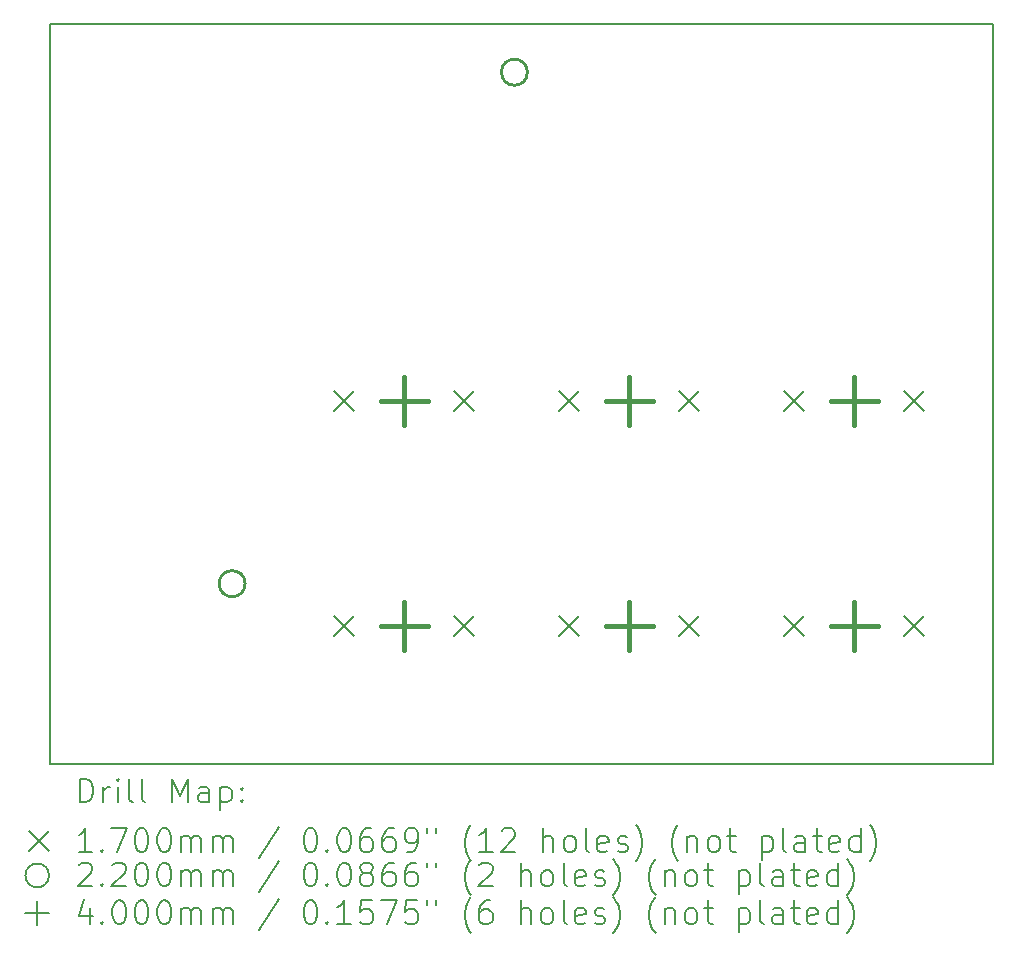
<source format=gbr>
%TF.GenerationSoftware,KiCad,Pcbnew,9.0.7*%
%TF.CreationDate,2026-01-14T23:34:11+00:00*%
%TF.ProjectId,MacroMachine,4d616372-6f4d-4616-9368-696e652e6b69,rev?*%
%TF.SameCoordinates,Original*%
%TF.FileFunction,Drillmap*%
%TF.FilePolarity,Positive*%
%FSLAX45Y45*%
G04 Gerber Fmt 4.5, Leading zero omitted, Abs format (unit mm)*
G04 Created by KiCad (PCBNEW 9.0.7) date 2026-01-14 23:34:11*
%MOMM*%
%LPD*%
G01*
G04 APERTURE LIST*
%ADD10C,0.200000*%
%ADD11C,0.170000*%
%ADD12C,0.220000*%
%ADD13C,0.400000*%
G04 APERTURE END LIST*
D10*
X11290000Y-7760000D02*
X19270000Y-7760000D01*
X19270000Y-14030000D01*
X11290000Y-14030000D01*
X11290000Y-7760000D01*
D11*
X13694500Y-10868750D02*
X13864500Y-11038750D01*
X13864500Y-10868750D02*
X13694500Y-11038750D01*
X13694500Y-12773750D02*
X13864500Y-12943750D01*
X13864500Y-12773750D02*
X13694500Y-12943750D01*
X14710500Y-10868750D02*
X14880500Y-11038750D01*
X14880500Y-10868750D02*
X14710500Y-11038750D01*
X14710500Y-12773750D02*
X14880500Y-12943750D01*
X14880500Y-12773750D02*
X14710500Y-12943750D01*
X15599500Y-10868750D02*
X15769500Y-11038750D01*
X15769500Y-10868750D02*
X15599500Y-11038750D01*
X15599500Y-12773750D02*
X15769500Y-12943750D01*
X15769500Y-12773750D02*
X15599500Y-12943750D01*
X16615500Y-10868750D02*
X16785500Y-11038750D01*
X16785500Y-10868750D02*
X16615500Y-11038750D01*
X16615500Y-12773750D02*
X16785500Y-12943750D01*
X16785500Y-12773750D02*
X16615500Y-12943750D01*
X17504500Y-10868750D02*
X17674500Y-11038750D01*
X17674500Y-10868750D02*
X17504500Y-11038750D01*
X17504500Y-12773750D02*
X17674500Y-12943750D01*
X17674500Y-12773750D02*
X17504500Y-12943750D01*
X18520500Y-10868750D02*
X18690500Y-11038750D01*
X18690500Y-10868750D02*
X18520500Y-11038750D01*
X18520500Y-12773750D02*
X18690500Y-12943750D01*
X18690500Y-12773750D02*
X18520500Y-12943750D01*
D12*
X12940000Y-12500000D02*
G75*
G02*
X12720000Y-12500000I-110000J0D01*
G01*
X12720000Y-12500000D02*
G75*
G02*
X12940000Y-12500000I110000J0D01*
G01*
X15330000Y-8170000D02*
G75*
G02*
X15110000Y-8170000I-110000J0D01*
G01*
X15110000Y-8170000D02*
G75*
G02*
X15330000Y-8170000I110000J0D01*
G01*
D13*
X14287500Y-10753750D02*
X14287500Y-11153750D01*
X14087500Y-10953750D02*
X14487500Y-10953750D01*
X14287500Y-12658750D02*
X14287500Y-13058750D01*
X14087500Y-12858750D02*
X14487500Y-12858750D01*
X16192500Y-10753750D02*
X16192500Y-11153750D01*
X15992500Y-10953750D02*
X16392500Y-10953750D01*
X16192500Y-12658750D02*
X16192500Y-13058750D01*
X15992500Y-12858750D02*
X16392500Y-12858750D01*
X18097500Y-10753750D02*
X18097500Y-11153750D01*
X17897500Y-10953750D02*
X18297500Y-10953750D01*
X18097500Y-12658750D02*
X18097500Y-13058750D01*
X17897500Y-12858750D02*
X18297500Y-12858750D01*
D10*
X11540777Y-14351484D02*
X11540777Y-14151484D01*
X11540777Y-14151484D02*
X11588396Y-14151484D01*
X11588396Y-14151484D02*
X11616967Y-14161008D01*
X11616967Y-14161008D02*
X11636015Y-14180055D01*
X11636015Y-14180055D02*
X11645539Y-14199103D01*
X11645539Y-14199103D02*
X11655062Y-14237198D01*
X11655062Y-14237198D02*
X11655062Y-14265769D01*
X11655062Y-14265769D02*
X11645539Y-14303865D01*
X11645539Y-14303865D02*
X11636015Y-14322912D01*
X11636015Y-14322912D02*
X11616967Y-14341960D01*
X11616967Y-14341960D02*
X11588396Y-14351484D01*
X11588396Y-14351484D02*
X11540777Y-14351484D01*
X11740777Y-14351484D02*
X11740777Y-14218150D01*
X11740777Y-14256246D02*
X11750301Y-14237198D01*
X11750301Y-14237198D02*
X11759824Y-14227674D01*
X11759824Y-14227674D02*
X11778872Y-14218150D01*
X11778872Y-14218150D02*
X11797920Y-14218150D01*
X11864586Y-14351484D02*
X11864586Y-14218150D01*
X11864586Y-14151484D02*
X11855062Y-14161008D01*
X11855062Y-14161008D02*
X11864586Y-14170531D01*
X11864586Y-14170531D02*
X11874110Y-14161008D01*
X11874110Y-14161008D02*
X11864586Y-14151484D01*
X11864586Y-14151484D02*
X11864586Y-14170531D01*
X11988396Y-14351484D02*
X11969348Y-14341960D01*
X11969348Y-14341960D02*
X11959824Y-14322912D01*
X11959824Y-14322912D02*
X11959824Y-14151484D01*
X12093158Y-14351484D02*
X12074110Y-14341960D01*
X12074110Y-14341960D02*
X12064586Y-14322912D01*
X12064586Y-14322912D02*
X12064586Y-14151484D01*
X12321729Y-14351484D02*
X12321729Y-14151484D01*
X12321729Y-14151484D02*
X12388396Y-14294341D01*
X12388396Y-14294341D02*
X12455062Y-14151484D01*
X12455062Y-14151484D02*
X12455062Y-14351484D01*
X12636015Y-14351484D02*
X12636015Y-14246722D01*
X12636015Y-14246722D02*
X12626491Y-14227674D01*
X12626491Y-14227674D02*
X12607443Y-14218150D01*
X12607443Y-14218150D02*
X12569348Y-14218150D01*
X12569348Y-14218150D02*
X12550301Y-14227674D01*
X12636015Y-14341960D02*
X12616967Y-14351484D01*
X12616967Y-14351484D02*
X12569348Y-14351484D01*
X12569348Y-14351484D02*
X12550301Y-14341960D01*
X12550301Y-14341960D02*
X12540777Y-14322912D01*
X12540777Y-14322912D02*
X12540777Y-14303865D01*
X12540777Y-14303865D02*
X12550301Y-14284817D01*
X12550301Y-14284817D02*
X12569348Y-14275293D01*
X12569348Y-14275293D02*
X12616967Y-14275293D01*
X12616967Y-14275293D02*
X12636015Y-14265769D01*
X12731253Y-14218150D02*
X12731253Y-14418150D01*
X12731253Y-14227674D02*
X12750301Y-14218150D01*
X12750301Y-14218150D02*
X12788396Y-14218150D01*
X12788396Y-14218150D02*
X12807443Y-14227674D01*
X12807443Y-14227674D02*
X12816967Y-14237198D01*
X12816967Y-14237198D02*
X12826491Y-14256246D01*
X12826491Y-14256246D02*
X12826491Y-14313388D01*
X12826491Y-14313388D02*
X12816967Y-14332436D01*
X12816967Y-14332436D02*
X12807443Y-14341960D01*
X12807443Y-14341960D02*
X12788396Y-14351484D01*
X12788396Y-14351484D02*
X12750301Y-14351484D01*
X12750301Y-14351484D02*
X12731253Y-14341960D01*
X12912205Y-14332436D02*
X12921729Y-14341960D01*
X12921729Y-14341960D02*
X12912205Y-14351484D01*
X12912205Y-14351484D02*
X12902682Y-14341960D01*
X12902682Y-14341960D02*
X12912205Y-14332436D01*
X12912205Y-14332436D02*
X12912205Y-14351484D01*
X12912205Y-14227674D02*
X12921729Y-14237198D01*
X12921729Y-14237198D02*
X12912205Y-14246722D01*
X12912205Y-14246722D02*
X12902682Y-14237198D01*
X12902682Y-14237198D02*
X12912205Y-14227674D01*
X12912205Y-14227674D02*
X12912205Y-14246722D01*
D11*
X11110000Y-14595000D02*
X11280000Y-14765000D01*
X11280000Y-14595000D02*
X11110000Y-14765000D01*
D10*
X11645539Y-14771484D02*
X11531253Y-14771484D01*
X11588396Y-14771484D02*
X11588396Y-14571484D01*
X11588396Y-14571484D02*
X11569348Y-14600055D01*
X11569348Y-14600055D02*
X11550301Y-14619103D01*
X11550301Y-14619103D02*
X11531253Y-14628627D01*
X11731253Y-14752436D02*
X11740777Y-14761960D01*
X11740777Y-14761960D02*
X11731253Y-14771484D01*
X11731253Y-14771484D02*
X11721729Y-14761960D01*
X11721729Y-14761960D02*
X11731253Y-14752436D01*
X11731253Y-14752436D02*
X11731253Y-14771484D01*
X11807443Y-14571484D02*
X11940777Y-14571484D01*
X11940777Y-14571484D02*
X11855062Y-14771484D01*
X12055062Y-14571484D02*
X12074110Y-14571484D01*
X12074110Y-14571484D02*
X12093158Y-14581008D01*
X12093158Y-14581008D02*
X12102682Y-14590531D01*
X12102682Y-14590531D02*
X12112205Y-14609579D01*
X12112205Y-14609579D02*
X12121729Y-14647674D01*
X12121729Y-14647674D02*
X12121729Y-14695293D01*
X12121729Y-14695293D02*
X12112205Y-14733388D01*
X12112205Y-14733388D02*
X12102682Y-14752436D01*
X12102682Y-14752436D02*
X12093158Y-14761960D01*
X12093158Y-14761960D02*
X12074110Y-14771484D01*
X12074110Y-14771484D02*
X12055062Y-14771484D01*
X12055062Y-14771484D02*
X12036015Y-14761960D01*
X12036015Y-14761960D02*
X12026491Y-14752436D01*
X12026491Y-14752436D02*
X12016967Y-14733388D01*
X12016967Y-14733388D02*
X12007443Y-14695293D01*
X12007443Y-14695293D02*
X12007443Y-14647674D01*
X12007443Y-14647674D02*
X12016967Y-14609579D01*
X12016967Y-14609579D02*
X12026491Y-14590531D01*
X12026491Y-14590531D02*
X12036015Y-14581008D01*
X12036015Y-14581008D02*
X12055062Y-14571484D01*
X12245539Y-14571484D02*
X12264586Y-14571484D01*
X12264586Y-14571484D02*
X12283634Y-14581008D01*
X12283634Y-14581008D02*
X12293158Y-14590531D01*
X12293158Y-14590531D02*
X12302682Y-14609579D01*
X12302682Y-14609579D02*
X12312205Y-14647674D01*
X12312205Y-14647674D02*
X12312205Y-14695293D01*
X12312205Y-14695293D02*
X12302682Y-14733388D01*
X12302682Y-14733388D02*
X12293158Y-14752436D01*
X12293158Y-14752436D02*
X12283634Y-14761960D01*
X12283634Y-14761960D02*
X12264586Y-14771484D01*
X12264586Y-14771484D02*
X12245539Y-14771484D01*
X12245539Y-14771484D02*
X12226491Y-14761960D01*
X12226491Y-14761960D02*
X12216967Y-14752436D01*
X12216967Y-14752436D02*
X12207443Y-14733388D01*
X12207443Y-14733388D02*
X12197920Y-14695293D01*
X12197920Y-14695293D02*
X12197920Y-14647674D01*
X12197920Y-14647674D02*
X12207443Y-14609579D01*
X12207443Y-14609579D02*
X12216967Y-14590531D01*
X12216967Y-14590531D02*
X12226491Y-14581008D01*
X12226491Y-14581008D02*
X12245539Y-14571484D01*
X12397920Y-14771484D02*
X12397920Y-14638150D01*
X12397920Y-14657198D02*
X12407443Y-14647674D01*
X12407443Y-14647674D02*
X12426491Y-14638150D01*
X12426491Y-14638150D02*
X12455063Y-14638150D01*
X12455063Y-14638150D02*
X12474110Y-14647674D01*
X12474110Y-14647674D02*
X12483634Y-14666722D01*
X12483634Y-14666722D02*
X12483634Y-14771484D01*
X12483634Y-14666722D02*
X12493158Y-14647674D01*
X12493158Y-14647674D02*
X12512205Y-14638150D01*
X12512205Y-14638150D02*
X12540777Y-14638150D01*
X12540777Y-14638150D02*
X12559824Y-14647674D01*
X12559824Y-14647674D02*
X12569348Y-14666722D01*
X12569348Y-14666722D02*
X12569348Y-14771484D01*
X12664586Y-14771484D02*
X12664586Y-14638150D01*
X12664586Y-14657198D02*
X12674110Y-14647674D01*
X12674110Y-14647674D02*
X12693158Y-14638150D01*
X12693158Y-14638150D02*
X12721729Y-14638150D01*
X12721729Y-14638150D02*
X12740777Y-14647674D01*
X12740777Y-14647674D02*
X12750301Y-14666722D01*
X12750301Y-14666722D02*
X12750301Y-14771484D01*
X12750301Y-14666722D02*
X12759824Y-14647674D01*
X12759824Y-14647674D02*
X12778872Y-14638150D01*
X12778872Y-14638150D02*
X12807443Y-14638150D01*
X12807443Y-14638150D02*
X12826491Y-14647674D01*
X12826491Y-14647674D02*
X12836015Y-14666722D01*
X12836015Y-14666722D02*
X12836015Y-14771484D01*
X13226491Y-14561960D02*
X13055063Y-14819103D01*
X13483634Y-14571484D02*
X13502682Y-14571484D01*
X13502682Y-14571484D02*
X13521729Y-14581008D01*
X13521729Y-14581008D02*
X13531253Y-14590531D01*
X13531253Y-14590531D02*
X13540777Y-14609579D01*
X13540777Y-14609579D02*
X13550301Y-14647674D01*
X13550301Y-14647674D02*
X13550301Y-14695293D01*
X13550301Y-14695293D02*
X13540777Y-14733388D01*
X13540777Y-14733388D02*
X13531253Y-14752436D01*
X13531253Y-14752436D02*
X13521729Y-14761960D01*
X13521729Y-14761960D02*
X13502682Y-14771484D01*
X13502682Y-14771484D02*
X13483634Y-14771484D01*
X13483634Y-14771484D02*
X13464586Y-14761960D01*
X13464586Y-14761960D02*
X13455063Y-14752436D01*
X13455063Y-14752436D02*
X13445539Y-14733388D01*
X13445539Y-14733388D02*
X13436015Y-14695293D01*
X13436015Y-14695293D02*
X13436015Y-14647674D01*
X13436015Y-14647674D02*
X13445539Y-14609579D01*
X13445539Y-14609579D02*
X13455063Y-14590531D01*
X13455063Y-14590531D02*
X13464586Y-14581008D01*
X13464586Y-14581008D02*
X13483634Y-14571484D01*
X13636015Y-14752436D02*
X13645539Y-14761960D01*
X13645539Y-14761960D02*
X13636015Y-14771484D01*
X13636015Y-14771484D02*
X13626491Y-14761960D01*
X13626491Y-14761960D02*
X13636015Y-14752436D01*
X13636015Y-14752436D02*
X13636015Y-14771484D01*
X13769348Y-14571484D02*
X13788396Y-14571484D01*
X13788396Y-14571484D02*
X13807444Y-14581008D01*
X13807444Y-14581008D02*
X13816967Y-14590531D01*
X13816967Y-14590531D02*
X13826491Y-14609579D01*
X13826491Y-14609579D02*
X13836015Y-14647674D01*
X13836015Y-14647674D02*
X13836015Y-14695293D01*
X13836015Y-14695293D02*
X13826491Y-14733388D01*
X13826491Y-14733388D02*
X13816967Y-14752436D01*
X13816967Y-14752436D02*
X13807444Y-14761960D01*
X13807444Y-14761960D02*
X13788396Y-14771484D01*
X13788396Y-14771484D02*
X13769348Y-14771484D01*
X13769348Y-14771484D02*
X13750301Y-14761960D01*
X13750301Y-14761960D02*
X13740777Y-14752436D01*
X13740777Y-14752436D02*
X13731253Y-14733388D01*
X13731253Y-14733388D02*
X13721729Y-14695293D01*
X13721729Y-14695293D02*
X13721729Y-14647674D01*
X13721729Y-14647674D02*
X13731253Y-14609579D01*
X13731253Y-14609579D02*
X13740777Y-14590531D01*
X13740777Y-14590531D02*
X13750301Y-14581008D01*
X13750301Y-14581008D02*
X13769348Y-14571484D01*
X14007444Y-14571484D02*
X13969348Y-14571484D01*
X13969348Y-14571484D02*
X13950301Y-14581008D01*
X13950301Y-14581008D02*
X13940777Y-14590531D01*
X13940777Y-14590531D02*
X13921729Y-14619103D01*
X13921729Y-14619103D02*
X13912206Y-14657198D01*
X13912206Y-14657198D02*
X13912206Y-14733388D01*
X13912206Y-14733388D02*
X13921729Y-14752436D01*
X13921729Y-14752436D02*
X13931253Y-14761960D01*
X13931253Y-14761960D02*
X13950301Y-14771484D01*
X13950301Y-14771484D02*
X13988396Y-14771484D01*
X13988396Y-14771484D02*
X14007444Y-14761960D01*
X14007444Y-14761960D02*
X14016967Y-14752436D01*
X14016967Y-14752436D02*
X14026491Y-14733388D01*
X14026491Y-14733388D02*
X14026491Y-14685769D01*
X14026491Y-14685769D02*
X14016967Y-14666722D01*
X14016967Y-14666722D02*
X14007444Y-14657198D01*
X14007444Y-14657198D02*
X13988396Y-14647674D01*
X13988396Y-14647674D02*
X13950301Y-14647674D01*
X13950301Y-14647674D02*
X13931253Y-14657198D01*
X13931253Y-14657198D02*
X13921729Y-14666722D01*
X13921729Y-14666722D02*
X13912206Y-14685769D01*
X14197920Y-14571484D02*
X14159825Y-14571484D01*
X14159825Y-14571484D02*
X14140777Y-14581008D01*
X14140777Y-14581008D02*
X14131253Y-14590531D01*
X14131253Y-14590531D02*
X14112206Y-14619103D01*
X14112206Y-14619103D02*
X14102682Y-14657198D01*
X14102682Y-14657198D02*
X14102682Y-14733388D01*
X14102682Y-14733388D02*
X14112206Y-14752436D01*
X14112206Y-14752436D02*
X14121729Y-14761960D01*
X14121729Y-14761960D02*
X14140777Y-14771484D01*
X14140777Y-14771484D02*
X14178872Y-14771484D01*
X14178872Y-14771484D02*
X14197920Y-14761960D01*
X14197920Y-14761960D02*
X14207444Y-14752436D01*
X14207444Y-14752436D02*
X14216967Y-14733388D01*
X14216967Y-14733388D02*
X14216967Y-14685769D01*
X14216967Y-14685769D02*
X14207444Y-14666722D01*
X14207444Y-14666722D02*
X14197920Y-14657198D01*
X14197920Y-14657198D02*
X14178872Y-14647674D01*
X14178872Y-14647674D02*
X14140777Y-14647674D01*
X14140777Y-14647674D02*
X14121729Y-14657198D01*
X14121729Y-14657198D02*
X14112206Y-14666722D01*
X14112206Y-14666722D02*
X14102682Y-14685769D01*
X14312206Y-14771484D02*
X14350301Y-14771484D01*
X14350301Y-14771484D02*
X14369348Y-14761960D01*
X14369348Y-14761960D02*
X14378872Y-14752436D01*
X14378872Y-14752436D02*
X14397920Y-14723865D01*
X14397920Y-14723865D02*
X14407444Y-14685769D01*
X14407444Y-14685769D02*
X14407444Y-14609579D01*
X14407444Y-14609579D02*
X14397920Y-14590531D01*
X14397920Y-14590531D02*
X14388396Y-14581008D01*
X14388396Y-14581008D02*
X14369348Y-14571484D01*
X14369348Y-14571484D02*
X14331253Y-14571484D01*
X14331253Y-14571484D02*
X14312206Y-14581008D01*
X14312206Y-14581008D02*
X14302682Y-14590531D01*
X14302682Y-14590531D02*
X14293158Y-14609579D01*
X14293158Y-14609579D02*
X14293158Y-14657198D01*
X14293158Y-14657198D02*
X14302682Y-14676246D01*
X14302682Y-14676246D02*
X14312206Y-14685769D01*
X14312206Y-14685769D02*
X14331253Y-14695293D01*
X14331253Y-14695293D02*
X14369348Y-14695293D01*
X14369348Y-14695293D02*
X14388396Y-14685769D01*
X14388396Y-14685769D02*
X14397920Y-14676246D01*
X14397920Y-14676246D02*
X14407444Y-14657198D01*
X14483634Y-14571484D02*
X14483634Y-14609579D01*
X14559825Y-14571484D02*
X14559825Y-14609579D01*
X14855063Y-14847674D02*
X14845539Y-14838150D01*
X14845539Y-14838150D02*
X14826491Y-14809579D01*
X14826491Y-14809579D02*
X14816968Y-14790531D01*
X14816968Y-14790531D02*
X14807444Y-14761960D01*
X14807444Y-14761960D02*
X14797920Y-14714341D01*
X14797920Y-14714341D02*
X14797920Y-14676246D01*
X14797920Y-14676246D02*
X14807444Y-14628627D01*
X14807444Y-14628627D02*
X14816968Y-14600055D01*
X14816968Y-14600055D02*
X14826491Y-14581008D01*
X14826491Y-14581008D02*
X14845539Y-14552436D01*
X14845539Y-14552436D02*
X14855063Y-14542912D01*
X15036015Y-14771484D02*
X14921729Y-14771484D01*
X14978872Y-14771484D02*
X14978872Y-14571484D01*
X14978872Y-14571484D02*
X14959825Y-14600055D01*
X14959825Y-14600055D02*
X14940777Y-14619103D01*
X14940777Y-14619103D02*
X14921729Y-14628627D01*
X15112206Y-14590531D02*
X15121729Y-14581008D01*
X15121729Y-14581008D02*
X15140777Y-14571484D01*
X15140777Y-14571484D02*
X15188396Y-14571484D01*
X15188396Y-14571484D02*
X15207444Y-14581008D01*
X15207444Y-14581008D02*
X15216968Y-14590531D01*
X15216968Y-14590531D02*
X15226491Y-14609579D01*
X15226491Y-14609579D02*
X15226491Y-14628627D01*
X15226491Y-14628627D02*
X15216968Y-14657198D01*
X15216968Y-14657198D02*
X15102682Y-14771484D01*
X15102682Y-14771484D02*
X15226491Y-14771484D01*
X15464587Y-14771484D02*
X15464587Y-14571484D01*
X15550301Y-14771484D02*
X15550301Y-14666722D01*
X15550301Y-14666722D02*
X15540777Y-14647674D01*
X15540777Y-14647674D02*
X15521730Y-14638150D01*
X15521730Y-14638150D02*
X15493158Y-14638150D01*
X15493158Y-14638150D02*
X15474110Y-14647674D01*
X15474110Y-14647674D02*
X15464587Y-14657198D01*
X15674110Y-14771484D02*
X15655063Y-14761960D01*
X15655063Y-14761960D02*
X15645539Y-14752436D01*
X15645539Y-14752436D02*
X15636015Y-14733388D01*
X15636015Y-14733388D02*
X15636015Y-14676246D01*
X15636015Y-14676246D02*
X15645539Y-14657198D01*
X15645539Y-14657198D02*
X15655063Y-14647674D01*
X15655063Y-14647674D02*
X15674110Y-14638150D01*
X15674110Y-14638150D02*
X15702682Y-14638150D01*
X15702682Y-14638150D02*
X15721730Y-14647674D01*
X15721730Y-14647674D02*
X15731253Y-14657198D01*
X15731253Y-14657198D02*
X15740777Y-14676246D01*
X15740777Y-14676246D02*
X15740777Y-14733388D01*
X15740777Y-14733388D02*
X15731253Y-14752436D01*
X15731253Y-14752436D02*
X15721730Y-14761960D01*
X15721730Y-14761960D02*
X15702682Y-14771484D01*
X15702682Y-14771484D02*
X15674110Y-14771484D01*
X15855063Y-14771484D02*
X15836015Y-14761960D01*
X15836015Y-14761960D02*
X15826491Y-14742912D01*
X15826491Y-14742912D02*
X15826491Y-14571484D01*
X16007444Y-14761960D02*
X15988396Y-14771484D01*
X15988396Y-14771484D02*
X15950301Y-14771484D01*
X15950301Y-14771484D02*
X15931253Y-14761960D01*
X15931253Y-14761960D02*
X15921730Y-14742912D01*
X15921730Y-14742912D02*
X15921730Y-14666722D01*
X15921730Y-14666722D02*
X15931253Y-14647674D01*
X15931253Y-14647674D02*
X15950301Y-14638150D01*
X15950301Y-14638150D02*
X15988396Y-14638150D01*
X15988396Y-14638150D02*
X16007444Y-14647674D01*
X16007444Y-14647674D02*
X16016968Y-14666722D01*
X16016968Y-14666722D02*
X16016968Y-14685769D01*
X16016968Y-14685769D02*
X15921730Y-14704817D01*
X16093158Y-14761960D02*
X16112206Y-14771484D01*
X16112206Y-14771484D02*
X16150301Y-14771484D01*
X16150301Y-14771484D02*
X16169349Y-14761960D01*
X16169349Y-14761960D02*
X16178872Y-14742912D01*
X16178872Y-14742912D02*
X16178872Y-14733388D01*
X16178872Y-14733388D02*
X16169349Y-14714341D01*
X16169349Y-14714341D02*
X16150301Y-14704817D01*
X16150301Y-14704817D02*
X16121730Y-14704817D01*
X16121730Y-14704817D02*
X16102682Y-14695293D01*
X16102682Y-14695293D02*
X16093158Y-14676246D01*
X16093158Y-14676246D02*
X16093158Y-14666722D01*
X16093158Y-14666722D02*
X16102682Y-14647674D01*
X16102682Y-14647674D02*
X16121730Y-14638150D01*
X16121730Y-14638150D02*
X16150301Y-14638150D01*
X16150301Y-14638150D02*
X16169349Y-14647674D01*
X16245539Y-14847674D02*
X16255063Y-14838150D01*
X16255063Y-14838150D02*
X16274111Y-14809579D01*
X16274111Y-14809579D02*
X16283634Y-14790531D01*
X16283634Y-14790531D02*
X16293158Y-14761960D01*
X16293158Y-14761960D02*
X16302682Y-14714341D01*
X16302682Y-14714341D02*
X16302682Y-14676246D01*
X16302682Y-14676246D02*
X16293158Y-14628627D01*
X16293158Y-14628627D02*
X16283634Y-14600055D01*
X16283634Y-14600055D02*
X16274111Y-14581008D01*
X16274111Y-14581008D02*
X16255063Y-14552436D01*
X16255063Y-14552436D02*
X16245539Y-14542912D01*
X16607444Y-14847674D02*
X16597920Y-14838150D01*
X16597920Y-14838150D02*
X16578872Y-14809579D01*
X16578872Y-14809579D02*
X16569349Y-14790531D01*
X16569349Y-14790531D02*
X16559825Y-14761960D01*
X16559825Y-14761960D02*
X16550301Y-14714341D01*
X16550301Y-14714341D02*
X16550301Y-14676246D01*
X16550301Y-14676246D02*
X16559825Y-14628627D01*
X16559825Y-14628627D02*
X16569349Y-14600055D01*
X16569349Y-14600055D02*
X16578872Y-14581008D01*
X16578872Y-14581008D02*
X16597920Y-14552436D01*
X16597920Y-14552436D02*
X16607444Y-14542912D01*
X16683634Y-14638150D02*
X16683634Y-14771484D01*
X16683634Y-14657198D02*
X16693158Y-14647674D01*
X16693158Y-14647674D02*
X16712206Y-14638150D01*
X16712206Y-14638150D02*
X16740777Y-14638150D01*
X16740777Y-14638150D02*
X16759825Y-14647674D01*
X16759825Y-14647674D02*
X16769349Y-14666722D01*
X16769349Y-14666722D02*
X16769349Y-14771484D01*
X16893158Y-14771484D02*
X16874111Y-14761960D01*
X16874111Y-14761960D02*
X16864587Y-14752436D01*
X16864587Y-14752436D02*
X16855063Y-14733388D01*
X16855063Y-14733388D02*
X16855063Y-14676246D01*
X16855063Y-14676246D02*
X16864587Y-14657198D01*
X16864587Y-14657198D02*
X16874111Y-14647674D01*
X16874111Y-14647674D02*
X16893158Y-14638150D01*
X16893158Y-14638150D02*
X16921730Y-14638150D01*
X16921730Y-14638150D02*
X16940777Y-14647674D01*
X16940777Y-14647674D02*
X16950301Y-14657198D01*
X16950301Y-14657198D02*
X16959825Y-14676246D01*
X16959825Y-14676246D02*
X16959825Y-14733388D01*
X16959825Y-14733388D02*
X16950301Y-14752436D01*
X16950301Y-14752436D02*
X16940777Y-14761960D01*
X16940777Y-14761960D02*
X16921730Y-14771484D01*
X16921730Y-14771484D02*
X16893158Y-14771484D01*
X17016968Y-14638150D02*
X17093158Y-14638150D01*
X17045539Y-14571484D02*
X17045539Y-14742912D01*
X17045539Y-14742912D02*
X17055063Y-14761960D01*
X17055063Y-14761960D02*
X17074111Y-14771484D01*
X17074111Y-14771484D02*
X17093158Y-14771484D01*
X17312206Y-14638150D02*
X17312206Y-14838150D01*
X17312206Y-14647674D02*
X17331254Y-14638150D01*
X17331254Y-14638150D02*
X17369349Y-14638150D01*
X17369349Y-14638150D02*
X17388396Y-14647674D01*
X17388396Y-14647674D02*
X17397920Y-14657198D01*
X17397920Y-14657198D02*
X17407444Y-14676246D01*
X17407444Y-14676246D02*
X17407444Y-14733388D01*
X17407444Y-14733388D02*
X17397920Y-14752436D01*
X17397920Y-14752436D02*
X17388396Y-14761960D01*
X17388396Y-14761960D02*
X17369349Y-14771484D01*
X17369349Y-14771484D02*
X17331254Y-14771484D01*
X17331254Y-14771484D02*
X17312206Y-14761960D01*
X17521730Y-14771484D02*
X17502682Y-14761960D01*
X17502682Y-14761960D02*
X17493158Y-14742912D01*
X17493158Y-14742912D02*
X17493158Y-14571484D01*
X17683635Y-14771484D02*
X17683635Y-14666722D01*
X17683635Y-14666722D02*
X17674111Y-14647674D01*
X17674111Y-14647674D02*
X17655063Y-14638150D01*
X17655063Y-14638150D02*
X17616968Y-14638150D01*
X17616968Y-14638150D02*
X17597920Y-14647674D01*
X17683635Y-14761960D02*
X17664587Y-14771484D01*
X17664587Y-14771484D02*
X17616968Y-14771484D01*
X17616968Y-14771484D02*
X17597920Y-14761960D01*
X17597920Y-14761960D02*
X17588396Y-14742912D01*
X17588396Y-14742912D02*
X17588396Y-14723865D01*
X17588396Y-14723865D02*
X17597920Y-14704817D01*
X17597920Y-14704817D02*
X17616968Y-14695293D01*
X17616968Y-14695293D02*
X17664587Y-14695293D01*
X17664587Y-14695293D02*
X17683635Y-14685769D01*
X17750301Y-14638150D02*
X17826492Y-14638150D01*
X17778873Y-14571484D02*
X17778873Y-14742912D01*
X17778873Y-14742912D02*
X17788396Y-14761960D01*
X17788396Y-14761960D02*
X17807444Y-14771484D01*
X17807444Y-14771484D02*
X17826492Y-14771484D01*
X17969349Y-14761960D02*
X17950301Y-14771484D01*
X17950301Y-14771484D02*
X17912206Y-14771484D01*
X17912206Y-14771484D02*
X17893158Y-14761960D01*
X17893158Y-14761960D02*
X17883635Y-14742912D01*
X17883635Y-14742912D02*
X17883635Y-14666722D01*
X17883635Y-14666722D02*
X17893158Y-14647674D01*
X17893158Y-14647674D02*
X17912206Y-14638150D01*
X17912206Y-14638150D02*
X17950301Y-14638150D01*
X17950301Y-14638150D02*
X17969349Y-14647674D01*
X17969349Y-14647674D02*
X17978873Y-14666722D01*
X17978873Y-14666722D02*
X17978873Y-14685769D01*
X17978873Y-14685769D02*
X17883635Y-14704817D01*
X18150301Y-14771484D02*
X18150301Y-14571484D01*
X18150301Y-14761960D02*
X18131254Y-14771484D01*
X18131254Y-14771484D02*
X18093158Y-14771484D01*
X18093158Y-14771484D02*
X18074111Y-14761960D01*
X18074111Y-14761960D02*
X18064587Y-14752436D01*
X18064587Y-14752436D02*
X18055063Y-14733388D01*
X18055063Y-14733388D02*
X18055063Y-14676246D01*
X18055063Y-14676246D02*
X18064587Y-14657198D01*
X18064587Y-14657198D02*
X18074111Y-14647674D01*
X18074111Y-14647674D02*
X18093158Y-14638150D01*
X18093158Y-14638150D02*
X18131254Y-14638150D01*
X18131254Y-14638150D02*
X18150301Y-14647674D01*
X18226492Y-14847674D02*
X18236016Y-14838150D01*
X18236016Y-14838150D02*
X18255063Y-14809579D01*
X18255063Y-14809579D02*
X18264587Y-14790531D01*
X18264587Y-14790531D02*
X18274111Y-14761960D01*
X18274111Y-14761960D02*
X18283635Y-14714341D01*
X18283635Y-14714341D02*
X18283635Y-14676246D01*
X18283635Y-14676246D02*
X18274111Y-14628627D01*
X18274111Y-14628627D02*
X18264587Y-14600055D01*
X18264587Y-14600055D02*
X18255063Y-14581008D01*
X18255063Y-14581008D02*
X18236016Y-14552436D01*
X18236016Y-14552436D02*
X18226492Y-14542912D01*
X11280000Y-14970000D02*
G75*
G02*
X11080000Y-14970000I-100000J0D01*
G01*
X11080000Y-14970000D02*
G75*
G02*
X11280000Y-14970000I100000J0D01*
G01*
X11531253Y-14880531D02*
X11540777Y-14871008D01*
X11540777Y-14871008D02*
X11559824Y-14861484D01*
X11559824Y-14861484D02*
X11607443Y-14861484D01*
X11607443Y-14861484D02*
X11626491Y-14871008D01*
X11626491Y-14871008D02*
X11636015Y-14880531D01*
X11636015Y-14880531D02*
X11645539Y-14899579D01*
X11645539Y-14899579D02*
X11645539Y-14918627D01*
X11645539Y-14918627D02*
X11636015Y-14947198D01*
X11636015Y-14947198D02*
X11521729Y-15061484D01*
X11521729Y-15061484D02*
X11645539Y-15061484D01*
X11731253Y-15042436D02*
X11740777Y-15051960D01*
X11740777Y-15051960D02*
X11731253Y-15061484D01*
X11731253Y-15061484D02*
X11721729Y-15051960D01*
X11721729Y-15051960D02*
X11731253Y-15042436D01*
X11731253Y-15042436D02*
X11731253Y-15061484D01*
X11816967Y-14880531D02*
X11826491Y-14871008D01*
X11826491Y-14871008D02*
X11845539Y-14861484D01*
X11845539Y-14861484D02*
X11893158Y-14861484D01*
X11893158Y-14861484D02*
X11912205Y-14871008D01*
X11912205Y-14871008D02*
X11921729Y-14880531D01*
X11921729Y-14880531D02*
X11931253Y-14899579D01*
X11931253Y-14899579D02*
X11931253Y-14918627D01*
X11931253Y-14918627D02*
X11921729Y-14947198D01*
X11921729Y-14947198D02*
X11807443Y-15061484D01*
X11807443Y-15061484D02*
X11931253Y-15061484D01*
X12055062Y-14861484D02*
X12074110Y-14861484D01*
X12074110Y-14861484D02*
X12093158Y-14871008D01*
X12093158Y-14871008D02*
X12102682Y-14880531D01*
X12102682Y-14880531D02*
X12112205Y-14899579D01*
X12112205Y-14899579D02*
X12121729Y-14937674D01*
X12121729Y-14937674D02*
X12121729Y-14985293D01*
X12121729Y-14985293D02*
X12112205Y-15023388D01*
X12112205Y-15023388D02*
X12102682Y-15042436D01*
X12102682Y-15042436D02*
X12093158Y-15051960D01*
X12093158Y-15051960D02*
X12074110Y-15061484D01*
X12074110Y-15061484D02*
X12055062Y-15061484D01*
X12055062Y-15061484D02*
X12036015Y-15051960D01*
X12036015Y-15051960D02*
X12026491Y-15042436D01*
X12026491Y-15042436D02*
X12016967Y-15023388D01*
X12016967Y-15023388D02*
X12007443Y-14985293D01*
X12007443Y-14985293D02*
X12007443Y-14937674D01*
X12007443Y-14937674D02*
X12016967Y-14899579D01*
X12016967Y-14899579D02*
X12026491Y-14880531D01*
X12026491Y-14880531D02*
X12036015Y-14871008D01*
X12036015Y-14871008D02*
X12055062Y-14861484D01*
X12245539Y-14861484D02*
X12264586Y-14861484D01*
X12264586Y-14861484D02*
X12283634Y-14871008D01*
X12283634Y-14871008D02*
X12293158Y-14880531D01*
X12293158Y-14880531D02*
X12302682Y-14899579D01*
X12302682Y-14899579D02*
X12312205Y-14937674D01*
X12312205Y-14937674D02*
X12312205Y-14985293D01*
X12312205Y-14985293D02*
X12302682Y-15023388D01*
X12302682Y-15023388D02*
X12293158Y-15042436D01*
X12293158Y-15042436D02*
X12283634Y-15051960D01*
X12283634Y-15051960D02*
X12264586Y-15061484D01*
X12264586Y-15061484D02*
X12245539Y-15061484D01*
X12245539Y-15061484D02*
X12226491Y-15051960D01*
X12226491Y-15051960D02*
X12216967Y-15042436D01*
X12216967Y-15042436D02*
X12207443Y-15023388D01*
X12207443Y-15023388D02*
X12197920Y-14985293D01*
X12197920Y-14985293D02*
X12197920Y-14937674D01*
X12197920Y-14937674D02*
X12207443Y-14899579D01*
X12207443Y-14899579D02*
X12216967Y-14880531D01*
X12216967Y-14880531D02*
X12226491Y-14871008D01*
X12226491Y-14871008D02*
X12245539Y-14861484D01*
X12397920Y-15061484D02*
X12397920Y-14928150D01*
X12397920Y-14947198D02*
X12407443Y-14937674D01*
X12407443Y-14937674D02*
X12426491Y-14928150D01*
X12426491Y-14928150D02*
X12455063Y-14928150D01*
X12455063Y-14928150D02*
X12474110Y-14937674D01*
X12474110Y-14937674D02*
X12483634Y-14956722D01*
X12483634Y-14956722D02*
X12483634Y-15061484D01*
X12483634Y-14956722D02*
X12493158Y-14937674D01*
X12493158Y-14937674D02*
X12512205Y-14928150D01*
X12512205Y-14928150D02*
X12540777Y-14928150D01*
X12540777Y-14928150D02*
X12559824Y-14937674D01*
X12559824Y-14937674D02*
X12569348Y-14956722D01*
X12569348Y-14956722D02*
X12569348Y-15061484D01*
X12664586Y-15061484D02*
X12664586Y-14928150D01*
X12664586Y-14947198D02*
X12674110Y-14937674D01*
X12674110Y-14937674D02*
X12693158Y-14928150D01*
X12693158Y-14928150D02*
X12721729Y-14928150D01*
X12721729Y-14928150D02*
X12740777Y-14937674D01*
X12740777Y-14937674D02*
X12750301Y-14956722D01*
X12750301Y-14956722D02*
X12750301Y-15061484D01*
X12750301Y-14956722D02*
X12759824Y-14937674D01*
X12759824Y-14937674D02*
X12778872Y-14928150D01*
X12778872Y-14928150D02*
X12807443Y-14928150D01*
X12807443Y-14928150D02*
X12826491Y-14937674D01*
X12826491Y-14937674D02*
X12836015Y-14956722D01*
X12836015Y-14956722D02*
X12836015Y-15061484D01*
X13226491Y-14851960D02*
X13055063Y-15109103D01*
X13483634Y-14861484D02*
X13502682Y-14861484D01*
X13502682Y-14861484D02*
X13521729Y-14871008D01*
X13521729Y-14871008D02*
X13531253Y-14880531D01*
X13531253Y-14880531D02*
X13540777Y-14899579D01*
X13540777Y-14899579D02*
X13550301Y-14937674D01*
X13550301Y-14937674D02*
X13550301Y-14985293D01*
X13550301Y-14985293D02*
X13540777Y-15023388D01*
X13540777Y-15023388D02*
X13531253Y-15042436D01*
X13531253Y-15042436D02*
X13521729Y-15051960D01*
X13521729Y-15051960D02*
X13502682Y-15061484D01*
X13502682Y-15061484D02*
X13483634Y-15061484D01*
X13483634Y-15061484D02*
X13464586Y-15051960D01*
X13464586Y-15051960D02*
X13455063Y-15042436D01*
X13455063Y-15042436D02*
X13445539Y-15023388D01*
X13445539Y-15023388D02*
X13436015Y-14985293D01*
X13436015Y-14985293D02*
X13436015Y-14937674D01*
X13436015Y-14937674D02*
X13445539Y-14899579D01*
X13445539Y-14899579D02*
X13455063Y-14880531D01*
X13455063Y-14880531D02*
X13464586Y-14871008D01*
X13464586Y-14871008D02*
X13483634Y-14861484D01*
X13636015Y-15042436D02*
X13645539Y-15051960D01*
X13645539Y-15051960D02*
X13636015Y-15061484D01*
X13636015Y-15061484D02*
X13626491Y-15051960D01*
X13626491Y-15051960D02*
X13636015Y-15042436D01*
X13636015Y-15042436D02*
X13636015Y-15061484D01*
X13769348Y-14861484D02*
X13788396Y-14861484D01*
X13788396Y-14861484D02*
X13807444Y-14871008D01*
X13807444Y-14871008D02*
X13816967Y-14880531D01*
X13816967Y-14880531D02*
X13826491Y-14899579D01*
X13826491Y-14899579D02*
X13836015Y-14937674D01*
X13836015Y-14937674D02*
X13836015Y-14985293D01*
X13836015Y-14985293D02*
X13826491Y-15023388D01*
X13826491Y-15023388D02*
X13816967Y-15042436D01*
X13816967Y-15042436D02*
X13807444Y-15051960D01*
X13807444Y-15051960D02*
X13788396Y-15061484D01*
X13788396Y-15061484D02*
X13769348Y-15061484D01*
X13769348Y-15061484D02*
X13750301Y-15051960D01*
X13750301Y-15051960D02*
X13740777Y-15042436D01*
X13740777Y-15042436D02*
X13731253Y-15023388D01*
X13731253Y-15023388D02*
X13721729Y-14985293D01*
X13721729Y-14985293D02*
X13721729Y-14937674D01*
X13721729Y-14937674D02*
X13731253Y-14899579D01*
X13731253Y-14899579D02*
X13740777Y-14880531D01*
X13740777Y-14880531D02*
X13750301Y-14871008D01*
X13750301Y-14871008D02*
X13769348Y-14861484D01*
X13950301Y-14947198D02*
X13931253Y-14937674D01*
X13931253Y-14937674D02*
X13921729Y-14928150D01*
X13921729Y-14928150D02*
X13912206Y-14909103D01*
X13912206Y-14909103D02*
X13912206Y-14899579D01*
X13912206Y-14899579D02*
X13921729Y-14880531D01*
X13921729Y-14880531D02*
X13931253Y-14871008D01*
X13931253Y-14871008D02*
X13950301Y-14861484D01*
X13950301Y-14861484D02*
X13988396Y-14861484D01*
X13988396Y-14861484D02*
X14007444Y-14871008D01*
X14007444Y-14871008D02*
X14016967Y-14880531D01*
X14016967Y-14880531D02*
X14026491Y-14899579D01*
X14026491Y-14899579D02*
X14026491Y-14909103D01*
X14026491Y-14909103D02*
X14016967Y-14928150D01*
X14016967Y-14928150D02*
X14007444Y-14937674D01*
X14007444Y-14937674D02*
X13988396Y-14947198D01*
X13988396Y-14947198D02*
X13950301Y-14947198D01*
X13950301Y-14947198D02*
X13931253Y-14956722D01*
X13931253Y-14956722D02*
X13921729Y-14966246D01*
X13921729Y-14966246D02*
X13912206Y-14985293D01*
X13912206Y-14985293D02*
X13912206Y-15023388D01*
X13912206Y-15023388D02*
X13921729Y-15042436D01*
X13921729Y-15042436D02*
X13931253Y-15051960D01*
X13931253Y-15051960D02*
X13950301Y-15061484D01*
X13950301Y-15061484D02*
X13988396Y-15061484D01*
X13988396Y-15061484D02*
X14007444Y-15051960D01*
X14007444Y-15051960D02*
X14016967Y-15042436D01*
X14016967Y-15042436D02*
X14026491Y-15023388D01*
X14026491Y-15023388D02*
X14026491Y-14985293D01*
X14026491Y-14985293D02*
X14016967Y-14966246D01*
X14016967Y-14966246D02*
X14007444Y-14956722D01*
X14007444Y-14956722D02*
X13988396Y-14947198D01*
X14197920Y-14861484D02*
X14159825Y-14861484D01*
X14159825Y-14861484D02*
X14140777Y-14871008D01*
X14140777Y-14871008D02*
X14131253Y-14880531D01*
X14131253Y-14880531D02*
X14112206Y-14909103D01*
X14112206Y-14909103D02*
X14102682Y-14947198D01*
X14102682Y-14947198D02*
X14102682Y-15023388D01*
X14102682Y-15023388D02*
X14112206Y-15042436D01*
X14112206Y-15042436D02*
X14121729Y-15051960D01*
X14121729Y-15051960D02*
X14140777Y-15061484D01*
X14140777Y-15061484D02*
X14178872Y-15061484D01*
X14178872Y-15061484D02*
X14197920Y-15051960D01*
X14197920Y-15051960D02*
X14207444Y-15042436D01*
X14207444Y-15042436D02*
X14216967Y-15023388D01*
X14216967Y-15023388D02*
X14216967Y-14975769D01*
X14216967Y-14975769D02*
X14207444Y-14956722D01*
X14207444Y-14956722D02*
X14197920Y-14947198D01*
X14197920Y-14947198D02*
X14178872Y-14937674D01*
X14178872Y-14937674D02*
X14140777Y-14937674D01*
X14140777Y-14937674D02*
X14121729Y-14947198D01*
X14121729Y-14947198D02*
X14112206Y-14956722D01*
X14112206Y-14956722D02*
X14102682Y-14975769D01*
X14388396Y-14861484D02*
X14350301Y-14861484D01*
X14350301Y-14861484D02*
X14331253Y-14871008D01*
X14331253Y-14871008D02*
X14321729Y-14880531D01*
X14321729Y-14880531D02*
X14302682Y-14909103D01*
X14302682Y-14909103D02*
X14293158Y-14947198D01*
X14293158Y-14947198D02*
X14293158Y-15023388D01*
X14293158Y-15023388D02*
X14302682Y-15042436D01*
X14302682Y-15042436D02*
X14312206Y-15051960D01*
X14312206Y-15051960D02*
X14331253Y-15061484D01*
X14331253Y-15061484D02*
X14369348Y-15061484D01*
X14369348Y-15061484D02*
X14388396Y-15051960D01*
X14388396Y-15051960D02*
X14397920Y-15042436D01*
X14397920Y-15042436D02*
X14407444Y-15023388D01*
X14407444Y-15023388D02*
X14407444Y-14975769D01*
X14407444Y-14975769D02*
X14397920Y-14956722D01*
X14397920Y-14956722D02*
X14388396Y-14947198D01*
X14388396Y-14947198D02*
X14369348Y-14937674D01*
X14369348Y-14937674D02*
X14331253Y-14937674D01*
X14331253Y-14937674D02*
X14312206Y-14947198D01*
X14312206Y-14947198D02*
X14302682Y-14956722D01*
X14302682Y-14956722D02*
X14293158Y-14975769D01*
X14483634Y-14861484D02*
X14483634Y-14899579D01*
X14559825Y-14861484D02*
X14559825Y-14899579D01*
X14855063Y-15137674D02*
X14845539Y-15128150D01*
X14845539Y-15128150D02*
X14826491Y-15099579D01*
X14826491Y-15099579D02*
X14816968Y-15080531D01*
X14816968Y-15080531D02*
X14807444Y-15051960D01*
X14807444Y-15051960D02*
X14797920Y-15004341D01*
X14797920Y-15004341D02*
X14797920Y-14966246D01*
X14797920Y-14966246D02*
X14807444Y-14918627D01*
X14807444Y-14918627D02*
X14816968Y-14890055D01*
X14816968Y-14890055D02*
X14826491Y-14871008D01*
X14826491Y-14871008D02*
X14845539Y-14842436D01*
X14845539Y-14842436D02*
X14855063Y-14832912D01*
X14921729Y-14880531D02*
X14931253Y-14871008D01*
X14931253Y-14871008D02*
X14950301Y-14861484D01*
X14950301Y-14861484D02*
X14997920Y-14861484D01*
X14997920Y-14861484D02*
X15016968Y-14871008D01*
X15016968Y-14871008D02*
X15026491Y-14880531D01*
X15026491Y-14880531D02*
X15036015Y-14899579D01*
X15036015Y-14899579D02*
X15036015Y-14918627D01*
X15036015Y-14918627D02*
X15026491Y-14947198D01*
X15026491Y-14947198D02*
X14912206Y-15061484D01*
X14912206Y-15061484D02*
X15036015Y-15061484D01*
X15274110Y-15061484D02*
X15274110Y-14861484D01*
X15359825Y-15061484D02*
X15359825Y-14956722D01*
X15359825Y-14956722D02*
X15350301Y-14937674D01*
X15350301Y-14937674D02*
X15331253Y-14928150D01*
X15331253Y-14928150D02*
X15302682Y-14928150D01*
X15302682Y-14928150D02*
X15283634Y-14937674D01*
X15283634Y-14937674D02*
X15274110Y-14947198D01*
X15483634Y-15061484D02*
X15464587Y-15051960D01*
X15464587Y-15051960D02*
X15455063Y-15042436D01*
X15455063Y-15042436D02*
X15445539Y-15023388D01*
X15445539Y-15023388D02*
X15445539Y-14966246D01*
X15445539Y-14966246D02*
X15455063Y-14947198D01*
X15455063Y-14947198D02*
X15464587Y-14937674D01*
X15464587Y-14937674D02*
X15483634Y-14928150D01*
X15483634Y-14928150D02*
X15512206Y-14928150D01*
X15512206Y-14928150D02*
X15531253Y-14937674D01*
X15531253Y-14937674D02*
X15540777Y-14947198D01*
X15540777Y-14947198D02*
X15550301Y-14966246D01*
X15550301Y-14966246D02*
X15550301Y-15023388D01*
X15550301Y-15023388D02*
X15540777Y-15042436D01*
X15540777Y-15042436D02*
X15531253Y-15051960D01*
X15531253Y-15051960D02*
X15512206Y-15061484D01*
X15512206Y-15061484D02*
X15483634Y-15061484D01*
X15664587Y-15061484D02*
X15645539Y-15051960D01*
X15645539Y-15051960D02*
X15636015Y-15032912D01*
X15636015Y-15032912D02*
X15636015Y-14861484D01*
X15816968Y-15051960D02*
X15797920Y-15061484D01*
X15797920Y-15061484D02*
X15759825Y-15061484D01*
X15759825Y-15061484D02*
X15740777Y-15051960D01*
X15740777Y-15051960D02*
X15731253Y-15032912D01*
X15731253Y-15032912D02*
X15731253Y-14956722D01*
X15731253Y-14956722D02*
X15740777Y-14937674D01*
X15740777Y-14937674D02*
X15759825Y-14928150D01*
X15759825Y-14928150D02*
X15797920Y-14928150D01*
X15797920Y-14928150D02*
X15816968Y-14937674D01*
X15816968Y-14937674D02*
X15826491Y-14956722D01*
X15826491Y-14956722D02*
X15826491Y-14975769D01*
X15826491Y-14975769D02*
X15731253Y-14994817D01*
X15902682Y-15051960D02*
X15921730Y-15061484D01*
X15921730Y-15061484D02*
X15959825Y-15061484D01*
X15959825Y-15061484D02*
X15978872Y-15051960D01*
X15978872Y-15051960D02*
X15988396Y-15032912D01*
X15988396Y-15032912D02*
X15988396Y-15023388D01*
X15988396Y-15023388D02*
X15978872Y-15004341D01*
X15978872Y-15004341D02*
X15959825Y-14994817D01*
X15959825Y-14994817D02*
X15931253Y-14994817D01*
X15931253Y-14994817D02*
X15912206Y-14985293D01*
X15912206Y-14985293D02*
X15902682Y-14966246D01*
X15902682Y-14966246D02*
X15902682Y-14956722D01*
X15902682Y-14956722D02*
X15912206Y-14937674D01*
X15912206Y-14937674D02*
X15931253Y-14928150D01*
X15931253Y-14928150D02*
X15959825Y-14928150D01*
X15959825Y-14928150D02*
X15978872Y-14937674D01*
X16055063Y-15137674D02*
X16064587Y-15128150D01*
X16064587Y-15128150D02*
X16083634Y-15099579D01*
X16083634Y-15099579D02*
X16093158Y-15080531D01*
X16093158Y-15080531D02*
X16102682Y-15051960D01*
X16102682Y-15051960D02*
X16112206Y-15004341D01*
X16112206Y-15004341D02*
X16112206Y-14966246D01*
X16112206Y-14966246D02*
X16102682Y-14918627D01*
X16102682Y-14918627D02*
X16093158Y-14890055D01*
X16093158Y-14890055D02*
X16083634Y-14871008D01*
X16083634Y-14871008D02*
X16064587Y-14842436D01*
X16064587Y-14842436D02*
X16055063Y-14832912D01*
X16416968Y-15137674D02*
X16407444Y-15128150D01*
X16407444Y-15128150D02*
X16388396Y-15099579D01*
X16388396Y-15099579D02*
X16378872Y-15080531D01*
X16378872Y-15080531D02*
X16369349Y-15051960D01*
X16369349Y-15051960D02*
X16359825Y-15004341D01*
X16359825Y-15004341D02*
X16359825Y-14966246D01*
X16359825Y-14966246D02*
X16369349Y-14918627D01*
X16369349Y-14918627D02*
X16378872Y-14890055D01*
X16378872Y-14890055D02*
X16388396Y-14871008D01*
X16388396Y-14871008D02*
X16407444Y-14842436D01*
X16407444Y-14842436D02*
X16416968Y-14832912D01*
X16493158Y-14928150D02*
X16493158Y-15061484D01*
X16493158Y-14947198D02*
X16502682Y-14937674D01*
X16502682Y-14937674D02*
X16521730Y-14928150D01*
X16521730Y-14928150D02*
X16550301Y-14928150D01*
X16550301Y-14928150D02*
X16569349Y-14937674D01*
X16569349Y-14937674D02*
X16578872Y-14956722D01*
X16578872Y-14956722D02*
X16578872Y-15061484D01*
X16702682Y-15061484D02*
X16683634Y-15051960D01*
X16683634Y-15051960D02*
X16674111Y-15042436D01*
X16674111Y-15042436D02*
X16664587Y-15023388D01*
X16664587Y-15023388D02*
X16664587Y-14966246D01*
X16664587Y-14966246D02*
X16674111Y-14947198D01*
X16674111Y-14947198D02*
X16683634Y-14937674D01*
X16683634Y-14937674D02*
X16702682Y-14928150D01*
X16702682Y-14928150D02*
X16731253Y-14928150D01*
X16731253Y-14928150D02*
X16750301Y-14937674D01*
X16750301Y-14937674D02*
X16759825Y-14947198D01*
X16759825Y-14947198D02*
X16769349Y-14966246D01*
X16769349Y-14966246D02*
X16769349Y-15023388D01*
X16769349Y-15023388D02*
X16759825Y-15042436D01*
X16759825Y-15042436D02*
X16750301Y-15051960D01*
X16750301Y-15051960D02*
X16731253Y-15061484D01*
X16731253Y-15061484D02*
X16702682Y-15061484D01*
X16826492Y-14928150D02*
X16902682Y-14928150D01*
X16855063Y-14861484D02*
X16855063Y-15032912D01*
X16855063Y-15032912D02*
X16864587Y-15051960D01*
X16864587Y-15051960D02*
X16883634Y-15061484D01*
X16883634Y-15061484D02*
X16902682Y-15061484D01*
X17121730Y-14928150D02*
X17121730Y-15128150D01*
X17121730Y-14937674D02*
X17140777Y-14928150D01*
X17140777Y-14928150D02*
X17178873Y-14928150D01*
X17178873Y-14928150D02*
X17197920Y-14937674D01*
X17197920Y-14937674D02*
X17207444Y-14947198D01*
X17207444Y-14947198D02*
X17216968Y-14966246D01*
X17216968Y-14966246D02*
X17216968Y-15023388D01*
X17216968Y-15023388D02*
X17207444Y-15042436D01*
X17207444Y-15042436D02*
X17197920Y-15051960D01*
X17197920Y-15051960D02*
X17178873Y-15061484D01*
X17178873Y-15061484D02*
X17140777Y-15061484D01*
X17140777Y-15061484D02*
X17121730Y-15051960D01*
X17331254Y-15061484D02*
X17312206Y-15051960D01*
X17312206Y-15051960D02*
X17302682Y-15032912D01*
X17302682Y-15032912D02*
X17302682Y-14861484D01*
X17493158Y-15061484D02*
X17493158Y-14956722D01*
X17493158Y-14956722D02*
X17483635Y-14937674D01*
X17483635Y-14937674D02*
X17464587Y-14928150D01*
X17464587Y-14928150D02*
X17426492Y-14928150D01*
X17426492Y-14928150D02*
X17407444Y-14937674D01*
X17493158Y-15051960D02*
X17474111Y-15061484D01*
X17474111Y-15061484D02*
X17426492Y-15061484D01*
X17426492Y-15061484D02*
X17407444Y-15051960D01*
X17407444Y-15051960D02*
X17397920Y-15032912D01*
X17397920Y-15032912D02*
X17397920Y-15013865D01*
X17397920Y-15013865D02*
X17407444Y-14994817D01*
X17407444Y-14994817D02*
X17426492Y-14985293D01*
X17426492Y-14985293D02*
X17474111Y-14985293D01*
X17474111Y-14985293D02*
X17493158Y-14975769D01*
X17559825Y-14928150D02*
X17636015Y-14928150D01*
X17588396Y-14861484D02*
X17588396Y-15032912D01*
X17588396Y-15032912D02*
X17597920Y-15051960D01*
X17597920Y-15051960D02*
X17616968Y-15061484D01*
X17616968Y-15061484D02*
X17636015Y-15061484D01*
X17778873Y-15051960D02*
X17759825Y-15061484D01*
X17759825Y-15061484D02*
X17721730Y-15061484D01*
X17721730Y-15061484D02*
X17702682Y-15051960D01*
X17702682Y-15051960D02*
X17693158Y-15032912D01*
X17693158Y-15032912D02*
X17693158Y-14956722D01*
X17693158Y-14956722D02*
X17702682Y-14937674D01*
X17702682Y-14937674D02*
X17721730Y-14928150D01*
X17721730Y-14928150D02*
X17759825Y-14928150D01*
X17759825Y-14928150D02*
X17778873Y-14937674D01*
X17778873Y-14937674D02*
X17788396Y-14956722D01*
X17788396Y-14956722D02*
X17788396Y-14975769D01*
X17788396Y-14975769D02*
X17693158Y-14994817D01*
X17959825Y-15061484D02*
X17959825Y-14861484D01*
X17959825Y-15051960D02*
X17940777Y-15061484D01*
X17940777Y-15061484D02*
X17902682Y-15061484D01*
X17902682Y-15061484D02*
X17883635Y-15051960D01*
X17883635Y-15051960D02*
X17874111Y-15042436D01*
X17874111Y-15042436D02*
X17864587Y-15023388D01*
X17864587Y-15023388D02*
X17864587Y-14966246D01*
X17864587Y-14966246D02*
X17874111Y-14947198D01*
X17874111Y-14947198D02*
X17883635Y-14937674D01*
X17883635Y-14937674D02*
X17902682Y-14928150D01*
X17902682Y-14928150D02*
X17940777Y-14928150D01*
X17940777Y-14928150D02*
X17959825Y-14937674D01*
X18036016Y-15137674D02*
X18045539Y-15128150D01*
X18045539Y-15128150D02*
X18064587Y-15099579D01*
X18064587Y-15099579D02*
X18074111Y-15080531D01*
X18074111Y-15080531D02*
X18083635Y-15051960D01*
X18083635Y-15051960D02*
X18093158Y-15004341D01*
X18093158Y-15004341D02*
X18093158Y-14966246D01*
X18093158Y-14966246D02*
X18083635Y-14918627D01*
X18083635Y-14918627D02*
X18074111Y-14890055D01*
X18074111Y-14890055D02*
X18064587Y-14871008D01*
X18064587Y-14871008D02*
X18045539Y-14842436D01*
X18045539Y-14842436D02*
X18036016Y-14832912D01*
X11180000Y-15190000D02*
X11180000Y-15390000D01*
X11080000Y-15290000D02*
X11280000Y-15290000D01*
X11626491Y-15248150D02*
X11626491Y-15381484D01*
X11578872Y-15171960D02*
X11531253Y-15314817D01*
X11531253Y-15314817D02*
X11655062Y-15314817D01*
X11731253Y-15362436D02*
X11740777Y-15371960D01*
X11740777Y-15371960D02*
X11731253Y-15381484D01*
X11731253Y-15381484D02*
X11721729Y-15371960D01*
X11721729Y-15371960D02*
X11731253Y-15362436D01*
X11731253Y-15362436D02*
X11731253Y-15381484D01*
X11864586Y-15181484D02*
X11883634Y-15181484D01*
X11883634Y-15181484D02*
X11902682Y-15191008D01*
X11902682Y-15191008D02*
X11912205Y-15200531D01*
X11912205Y-15200531D02*
X11921729Y-15219579D01*
X11921729Y-15219579D02*
X11931253Y-15257674D01*
X11931253Y-15257674D02*
X11931253Y-15305293D01*
X11931253Y-15305293D02*
X11921729Y-15343388D01*
X11921729Y-15343388D02*
X11912205Y-15362436D01*
X11912205Y-15362436D02*
X11902682Y-15371960D01*
X11902682Y-15371960D02*
X11883634Y-15381484D01*
X11883634Y-15381484D02*
X11864586Y-15381484D01*
X11864586Y-15381484D02*
X11845539Y-15371960D01*
X11845539Y-15371960D02*
X11836015Y-15362436D01*
X11836015Y-15362436D02*
X11826491Y-15343388D01*
X11826491Y-15343388D02*
X11816967Y-15305293D01*
X11816967Y-15305293D02*
X11816967Y-15257674D01*
X11816967Y-15257674D02*
X11826491Y-15219579D01*
X11826491Y-15219579D02*
X11836015Y-15200531D01*
X11836015Y-15200531D02*
X11845539Y-15191008D01*
X11845539Y-15191008D02*
X11864586Y-15181484D01*
X12055062Y-15181484D02*
X12074110Y-15181484D01*
X12074110Y-15181484D02*
X12093158Y-15191008D01*
X12093158Y-15191008D02*
X12102682Y-15200531D01*
X12102682Y-15200531D02*
X12112205Y-15219579D01*
X12112205Y-15219579D02*
X12121729Y-15257674D01*
X12121729Y-15257674D02*
X12121729Y-15305293D01*
X12121729Y-15305293D02*
X12112205Y-15343388D01*
X12112205Y-15343388D02*
X12102682Y-15362436D01*
X12102682Y-15362436D02*
X12093158Y-15371960D01*
X12093158Y-15371960D02*
X12074110Y-15381484D01*
X12074110Y-15381484D02*
X12055062Y-15381484D01*
X12055062Y-15381484D02*
X12036015Y-15371960D01*
X12036015Y-15371960D02*
X12026491Y-15362436D01*
X12026491Y-15362436D02*
X12016967Y-15343388D01*
X12016967Y-15343388D02*
X12007443Y-15305293D01*
X12007443Y-15305293D02*
X12007443Y-15257674D01*
X12007443Y-15257674D02*
X12016967Y-15219579D01*
X12016967Y-15219579D02*
X12026491Y-15200531D01*
X12026491Y-15200531D02*
X12036015Y-15191008D01*
X12036015Y-15191008D02*
X12055062Y-15181484D01*
X12245539Y-15181484D02*
X12264586Y-15181484D01*
X12264586Y-15181484D02*
X12283634Y-15191008D01*
X12283634Y-15191008D02*
X12293158Y-15200531D01*
X12293158Y-15200531D02*
X12302682Y-15219579D01*
X12302682Y-15219579D02*
X12312205Y-15257674D01*
X12312205Y-15257674D02*
X12312205Y-15305293D01*
X12312205Y-15305293D02*
X12302682Y-15343388D01*
X12302682Y-15343388D02*
X12293158Y-15362436D01*
X12293158Y-15362436D02*
X12283634Y-15371960D01*
X12283634Y-15371960D02*
X12264586Y-15381484D01*
X12264586Y-15381484D02*
X12245539Y-15381484D01*
X12245539Y-15381484D02*
X12226491Y-15371960D01*
X12226491Y-15371960D02*
X12216967Y-15362436D01*
X12216967Y-15362436D02*
X12207443Y-15343388D01*
X12207443Y-15343388D02*
X12197920Y-15305293D01*
X12197920Y-15305293D02*
X12197920Y-15257674D01*
X12197920Y-15257674D02*
X12207443Y-15219579D01*
X12207443Y-15219579D02*
X12216967Y-15200531D01*
X12216967Y-15200531D02*
X12226491Y-15191008D01*
X12226491Y-15191008D02*
X12245539Y-15181484D01*
X12397920Y-15381484D02*
X12397920Y-15248150D01*
X12397920Y-15267198D02*
X12407443Y-15257674D01*
X12407443Y-15257674D02*
X12426491Y-15248150D01*
X12426491Y-15248150D02*
X12455063Y-15248150D01*
X12455063Y-15248150D02*
X12474110Y-15257674D01*
X12474110Y-15257674D02*
X12483634Y-15276722D01*
X12483634Y-15276722D02*
X12483634Y-15381484D01*
X12483634Y-15276722D02*
X12493158Y-15257674D01*
X12493158Y-15257674D02*
X12512205Y-15248150D01*
X12512205Y-15248150D02*
X12540777Y-15248150D01*
X12540777Y-15248150D02*
X12559824Y-15257674D01*
X12559824Y-15257674D02*
X12569348Y-15276722D01*
X12569348Y-15276722D02*
X12569348Y-15381484D01*
X12664586Y-15381484D02*
X12664586Y-15248150D01*
X12664586Y-15267198D02*
X12674110Y-15257674D01*
X12674110Y-15257674D02*
X12693158Y-15248150D01*
X12693158Y-15248150D02*
X12721729Y-15248150D01*
X12721729Y-15248150D02*
X12740777Y-15257674D01*
X12740777Y-15257674D02*
X12750301Y-15276722D01*
X12750301Y-15276722D02*
X12750301Y-15381484D01*
X12750301Y-15276722D02*
X12759824Y-15257674D01*
X12759824Y-15257674D02*
X12778872Y-15248150D01*
X12778872Y-15248150D02*
X12807443Y-15248150D01*
X12807443Y-15248150D02*
X12826491Y-15257674D01*
X12826491Y-15257674D02*
X12836015Y-15276722D01*
X12836015Y-15276722D02*
X12836015Y-15381484D01*
X13226491Y-15171960D02*
X13055063Y-15429103D01*
X13483634Y-15181484D02*
X13502682Y-15181484D01*
X13502682Y-15181484D02*
X13521729Y-15191008D01*
X13521729Y-15191008D02*
X13531253Y-15200531D01*
X13531253Y-15200531D02*
X13540777Y-15219579D01*
X13540777Y-15219579D02*
X13550301Y-15257674D01*
X13550301Y-15257674D02*
X13550301Y-15305293D01*
X13550301Y-15305293D02*
X13540777Y-15343388D01*
X13540777Y-15343388D02*
X13531253Y-15362436D01*
X13531253Y-15362436D02*
X13521729Y-15371960D01*
X13521729Y-15371960D02*
X13502682Y-15381484D01*
X13502682Y-15381484D02*
X13483634Y-15381484D01*
X13483634Y-15381484D02*
X13464586Y-15371960D01*
X13464586Y-15371960D02*
X13455063Y-15362436D01*
X13455063Y-15362436D02*
X13445539Y-15343388D01*
X13445539Y-15343388D02*
X13436015Y-15305293D01*
X13436015Y-15305293D02*
X13436015Y-15257674D01*
X13436015Y-15257674D02*
X13445539Y-15219579D01*
X13445539Y-15219579D02*
X13455063Y-15200531D01*
X13455063Y-15200531D02*
X13464586Y-15191008D01*
X13464586Y-15191008D02*
X13483634Y-15181484D01*
X13636015Y-15362436D02*
X13645539Y-15371960D01*
X13645539Y-15371960D02*
X13636015Y-15381484D01*
X13636015Y-15381484D02*
X13626491Y-15371960D01*
X13626491Y-15371960D02*
X13636015Y-15362436D01*
X13636015Y-15362436D02*
X13636015Y-15381484D01*
X13836015Y-15381484D02*
X13721729Y-15381484D01*
X13778872Y-15381484D02*
X13778872Y-15181484D01*
X13778872Y-15181484D02*
X13759825Y-15210055D01*
X13759825Y-15210055D02*
X13740777Y-15229103D01*
X13740777Y-15229103D02*
X13721729Y-15238627D01*
X14016967Y-15181484D02*
X13921729Y-15181484D01*
X13921729Y-15181484D02*
X13912206Y-15276722D01*
X13912206Y-15276722D02*
X13921729Y-15267198D01*
X13921729Y-15267198D02*
X13940777Y-15257674D01*
X13940777Y-15257674D02*
X13988396Y-15257674D01*
X13988396Y-15257674D02*
X14007444Y-15267198D01*
X14007444Y-15267198D02*
X14016967Y-15276722D01*
X14016967Y-15276722D02*
X14026491Y-15295769D01*
X14026491Y-15295769D02*
X14026491Y-15343388D01*
X14026491Y-15343388D02*
X14016967Y-15362436D01*
X14016967Y-15362436D02*
X14007444Y-15371960D01*
X14007444Y-15371960D02*
X13988396Y-15381484D01*
X13988396Y-15381484D02*
X13940777Y-15381484D01*
X13940777Y-15381484D02*
X13921729Y-15371960D01*
X13921729Y-15371960D02*
X13912206Y-15362436D01*
X14093158Y-15181484D02*
X14226491Y-15181484D01*
X14226491Y-15181484D02*
X14140777Y-15381484D01*
X14397920Y-15181484D02*
X14302682Y-15181484D01*
X14302682Y-15181484D02*
X14293158Y-15276722D01*
X14293158Y-15276722D02*
X14302682Y-15267198D01*
X14302682Y-15267198D02*
X14321729Y-15257674D01*
X14321729Y-15257674D02*
X14369348Y-15257674D01*
X14369348Y-15257674D02*
X14388396Y-15267198D01*
X14388396Y-15267198D02*
X14397920Y-15276722D01*
X14397920Y-15276722D02*
X14407444Y-15295769D01*
X14407444Y-15295769D02*
X14407444Y-15343388D01*
X14407444Y-15343388D02*
X14397920Y-15362436D01*
X14397920Y-15362436D02*
X14388396Y-15371960D01*
X14388396Y-15371960D02*
X14369348Y-15381484D01*
X14369348Y-15381484D02*
X14321729Y-15381484D01*
X14321729Y-15381484D02*
X14302682Y-15371960D01*
X14302682Y-15371960D02*
X14293158Y-15362436D01*
X14483634Y-15181484D02*
X14483634Y-15219579D01*
X14559825Y-15181484D02*
X14559825Y-15219579D01*
X14855063Y-15457674D02*
X14845539Y-15448150D01*
X14845539Y-15448150D02*
X14826491Y-15419579D01*
X14826491Y-15419579D02*
X14816968Y-15400531D01*
X14816968Y-15400531D02*
X14807444Y-15371960D01*
X14807444Y-15371960D02*
X14797920Y-15324341D01*
X14797920Y-15324341D02*
X14797920Y-15286246D01*
X14797920Y-15286246D02*
X14807444Y-15238627D01*
X14807444Y-15238627D02*
X14816968Y-15210055D01*
X14816968Y-15210055D02*
X14826491Y-15191008D01*
X14826491Y-15191008D02*
X14845539Y-15162436D01*
X14845539Y-15162436D02*
X14855063Y-15152912D01*
X15016968Y-15181484D02*
X14978872Y-15181484D01*
X14978872Y-15181484D02*
X14959825Y-15191008D01*
X14959825Y-15191008D02*
X14950301Y-15200531D01*
X14950301Y-15200531D02*
X14931253Y-15229103D01*
X14931253Y-15229103D02*
X14921729Y-15267198D01*
X14921729Y-15267198D02*
X14921729Y-15343388D01*
X14921729Y-15343388D02*
X14931253Y-15362436D01*
X14931253Y-15362436D02*
X14940777Y-15371960D01*
X14940777Y-15371960D02*
X14959825Y-15381484D01*
X14959825Y-15381484D02*
X14997920Y-15381484D01*
X14997920Y-15381484D02*
X15016968Y-15371960D01*
X15016968Y-15371960D02*
X15026491Y-15362436D01*
X15026491Y-15362436D02*
X15036015Y-15343388D01*
X15036015Y-15343388D02*
X15036015Y-15295769D01*
X15036015Y-15295769D02*
X15026491Y-15276722D01*
X15026491Y-15276722D02*
X15016968Y-15267198D01*
X15016968Y-15267198D02*
X14997920Y-15257674D01*
X14997920Y-15257674D02*
X14959825Y-15257674D01*
X14959825Y-15257674D02*
X14940777Y-15267198D01*
X14940777Y-15267198D02*
X14931253Y-15276722D01*
X14931253Y-15276722D02*
X14921729Y-15295769D01*
X15274110Y-15381484D02*
X15274110Y-15181484D01*
X15359825Y-15381484D02*
X15359825Y-15276722D01*
X15359825Y-15276722D02*
X15350301Y-15257674D01*
X15350301Y-15257674D02*
X15331253Y-15248150D01*
X15331253Y-15248150D02*
X15302682Y-15248150D01*
X15302682Y-15248150D02*
X15283634Y-15257674D01*
X15283634Y-15257674D02*
X15274110Y-15267198D01*
X15483634Y-15381484D02*
X15464587Y-15371960D01*
X15464587Y-15371960D02*
X15455063Y-15362436D01*
X15455063Y-15362436D02*
X15445539Y-15343388D01*
X15445539Y-15343388D02*
X15445539Y-15286246D01*
X15445539Y-15286246D02*
X15455063Y-15267198D01*
X15455063Y-15267198D02*
X15464587Y-15257674D01*
X15464587Y-15257674D02*
X15483634Y-15248150D01*
X15483634Y-15248150D02*
X15512206Y-15248150D01*
X15512206Y-15248150D02*
X15531253Y-15257674D01*
X15531253Y-15257674D02*
X15540777Y-15267198D01*
X15540777Y-15267198D02*
X15550301Y-15286246D01*
X15550301Y-15286246D02*
X15550301Y-15343388D01*
X15550301Y-15343388D02*
X15540777Y-15362436D01*
X15540777Y-15362436D02*
X15531253Y-15371960D01*
X15531253Y-15371960D02*
X15512206Y-15381484D01*
X15512206Y-15381484D02*
X15483634Y-15381484D01*
X15664587Y-15381484D02*
X15645539Y-15371960D01*
X15645539Y-15371960D02*
X15636015Y-15352912D01*
X15636015Y-15352912D02*
X15636015Y-15181484D01*
X15816968Y-15371960D02*
X15797920Y-15381484D01*
X15797920Y-15381484D02*
X15759825Y-15381484D01*
X15759825Y-15381484D02*
X15740777Y-15371960D01*
X15740777Y-15371960D02*
X15731253Y-15352912D01*
X15731253Y-15352912D02*
X15731253Y-15276722D01*
X15731253Y-15276722D02*
X15740777Y-15257674D01*
X15740777Y-15257674D02*
X15759825Y-15248150D01*
X15759825Y-15248150D02*
X15797920Y-15248150D01*
X15797920Y-15248150D02*
X15816968Y-15257674D01*
X15816968Y-15257674D02*
X15826491Y-15276722D01*
X15826491Y-15276722D02*
X15826491Y-15295769D01*
X15826491Y-15295769D02*
X15731253Y-15314817D01*
X15902682Y-15371960D02*
X15921730Y-15381484D01*
X15921730Y-15381484D02*
X15959825Y-15381484D01*
X15959825Y-15381484D02*
X15978872Y-15371960D01*
X15978872Y-15371960D02*
X15988396Y-15352912D01*
X15988396Y-15352912D02*
X15988396Y-15343388D01*
X15988396Y-15343388D02*
X15978872Y-15324341D01*
X15978872Y-15324341D02*
X15959825Y-15314817D01*
X15959825Y-15314817D02*
X15931253Y-15314817D01*
X15931253Y-15314817D02*
X15912206Y-15305293D01*
X15912206Y-15305293D02*
X15902682Y-15286246D01*
X15902682Y-15286246D02*
X15902682Y-15276722D01*
X15902682Y-15276722D02*
X15912206Y-15257674D01*
X15912206Y-15257674D02*
X15931253Y-15248150D01*
X15931253Y-15248150D02*
X15959825Y-15248150D01*
X15959825Y-15248150D02*
X15978872Y-15257674D01*
X16055063Y-15457674D02*
X16064587Y-15448150D01*
X16064587Y-15448150D02*
X16083634Y-15419579D01*
X16083634Y-15419579D02*
X16093158Y-15400531D01*
X16093158Y-15400531D02*
X16102682Y-15371960D01*
X16102682Y-15371960D02*
X16112206Y-15324341D01*
X16112206Y-15324341D02*
X16112206Y-15286246D01*
X16112206Y-15286246D02*
X16102682Y-15238627D01*
X16102682Y-15238627D02*
X16093158Y-15210055D01*
X16093158Y-15210055D02*
X16083634Y-15191008D01*
X16083634Y-15191008D02*
X16064587Y-15162436D01*
X16064587Y-15162436D02*
X16055063Y-15152912D01*
X16416968Y-15457674D02*
X16407444Y-15448150D01*
X16407444Y-15448150D02*
X16388396Y-15419579D01*
X16388396Y-15419579D02*
X16378872Y-15400531D01*
X16378872Y-15400531D02*
X16369349Y-15371960D01*
X16369349Y-15371960D02*
X16359825Y-15324341D01*
X16359825Y-15324341D02*
X16359825Y-15286246D01*
X16359825Y-15286246D02*
X16369349Y-15238627D01*
X16369349Y-15238627D02*
X16378872Y-15210055D01*
X16378872Y-15210055D02*
X16388396Y-15191008D01*
X16388396Y-15191008D02*
X16407444Y-15162436D01*
X16407444Y-15162436D02*
X16416968Y-15152912D01*
X16493158Y-15248150D02*
X16493158Y-15381484D01*
X16493158Y-15267198D02*
X16502682Y-15257674D01*
X16502682Y-15257674D02*
X16521730Y-15248150D01*
X16521730Y-15248150D02*
X16550301Y-15248150D01*
X16550301Y-15248150D02*
X16569349Y-15257674D01*
X16569349Y-15257674D02*
X16578872Y-15276722D01*
X16578872Y-15276722D02*
X16578872Y-15381484D01*
X16702682Y-15381484D02*
X16683634Y-15371960D01*
X16683634Y-15371960D02*
X16674111Y-15362436D01*
X16674111Y-15362436D02*
X16664587Y-15343388D01*
X16664587Y-15343388D02*
X16664587Y-15286246D01*
X16664587Y-15286246D02*
X16674111Y-15267198D01*
X16674111Y-15267198D02*
X16683634Y-15257674D01*
X16683634Y-15257674D02*
X16702682Y-15248150D01*
X16702682Y-15248150D02*
X16731253Y-15248150D01*
X16731253Y-15248150D02*
X16750301Y-15257674D01*
X16750301Y-15257674D02*
X16759825Y-15267198D01*
X16759825Y-15267198D02*
X16769349Y-15286246D01*
X16769349Y-15286246D02*
X16769349Y-15343388D01*
X16769349Y-15343388D02*
X16759825Y-15362436D01*
X16759825Y-15362436D02*
X16750301Y-15371960D01*
X16750301Y-15371960D02*
X16731253Y-15381484D01*
X16731253Y-15381484D02*
X16702682Y-15381484D01*
X16826492Y-15248150D02*
X16902682Y-15248150D01*
X16855063Y-15181484D02*
X16855063Y-15352912D01*
X16855063Y-15352912D02*
X16864587Y-15371960D01*
X16864587Y-15371960D02*
X16883634Y-15381484D01*
X16883634Y-15381484D02*
X16902682Y-15381484D01*
X17121730Y-15248150D02*
X17121730Y-15448150D01*
X17121730Y-15257674D02*
X17140777Y-15248150D01*
X17140777Y-15248150D02*
X17178873Y-15248150D01*
X17178873Y-15248150D02*
X17197920Y-15257674D01*
X17197920Y-15257674D02*
X17207444Y-15267198D01*
X17207444Y-15267198D02*
X17216968Y-15286246D01*
X17216968Y-15286246D02*
X17216968Y-15343388D01*
X17216968Y-15343388D02*
X17207444Y-15362436D01*
X17207444Y-15362436D02*
X17197920Y-15371960D01*
X17197920Y-15371960D02*
X17178873Y-15381484D01*
X17178873Y-15381484D02*
X17140777Y-15381484D01*
X17140777Y-15381484D02*
X17121730Y-15371960D01*
X17331254Y-15381484D02*
X17312206Y-15371960D01*
X17312206Y-15371960D02*
X17302682Y-15352912D01*
X17302682Y-15352912D02*
X17302682Y-15181484D01*
X17493158Y-15381484D02*
X17493158Y-15276722D01*
X17493158Y-15276722D02*
X17483635Y-15257674D01*
X17483635Y-15257674D02*
X17464587Y-15248150D01*
X17464587Y-15248150D02*
X17426492Y-15248150D01*
X17426492Y-15248150D02*
X17407444Y-15257674D01*
X17493158Y-15371960D02*
X17474111Y-15381484D01*
X17474111Y-15381484D02*
X17426492Y-15381484D01*
X17426492Y-15381484D02*
X17407444Y-15371960D01*
X17407444Y-15371960D02*
X17397920Y-15352912D01*
X17397920Y-15352912D02*
X17397920Y-15333865D01*
X17397920Y-15333865D02*
X17407444Y-15314817D01*
X17407444Y-15314817D02*
X17426492Y-15305293D01*
X17426492Y-15305293D02*
X17474111Y-15305293D01*
X17474111Y-15305293D02*
X17493158Y-15295769D01*
X17559825Y-15248150D02*
X17636015Y-15248150D01*
X17588396Y-15181484D02*
X17588396Y-15352912D01*
X17588396Y-15352912D02*
X17597920Y-15371960D01*
X17597920Y-15371960D02*
X17616968Y-15381484D01*
X17616968Y-15381484D02*
X17636015Y-15381484D01*
X17778873Y-15371960D02*
X17759825Y-15381484D01*
X17759825Y-15381484D02*
X17721730Y-15381484D01*
X17721730Y-15381484D02*
X17702682Y-15371960D01*
X17702682Y-15371960D02*
X17693158Y-15352912D01*
X17693158Y-15352912D02*
X17693158Y-15276722D01*
X17693158Y-15276722D02*
X17702682Y-15257674D01*
X17702682Y-15257674D02*
X17721730Y-15248150D01*
X17721730Y-15248150D02*
X17759825Y-15248150D01*
X17759825Y-15248150D02*
X17778873Y-15257674D01*
X17778873Y-15257674D02*
X17788396Y-15276722D01*
X17788396Y-15276722D02*
X17788396Y-15295769D01*
X17788396Y-15295769D02*
X17693158Y-15314817D01*
X17959825Y-15381484D02*
X17959825Y-15181484D01*
X17959825Y-15371960D02*
X17940777Y-15381484D01*
X17940777Y-15381484D02*
X17902682Y-15381484D01*
X17902682Y-15381484D02*
X17883635Y-15371960D01*
X17883635Y-15371960D02*
X17874111Y-15362436D01*
X17874111Y-15362436D02*
X17864587Y-15343388D01*
X17864587Y-15343388D02*
X17864587Y-15286246D01*
X17864587Y-15286246D02*
X17874111Y-15267198D01*
X17874111Y-15267198D02*
X17883635Y-15257674D01*
X17883635Y-15257674D02*
X17902682Y-15248150D01*
X17902682Y-15248150D02*
X17940777Y-15248150D01*
X17940777Y-15248150D02*
X17959825Y-15257674D01*
X18036016Y-15457674D02*
X18045539Y-15448150D01*
X18045539Y-15448150D02*
X18064587Y-15419579D01*
X18064587Y-15419579D02*
X18074111Y-15400531D01*
X18074111Y-15400531D02*
X18083635Y-15371960D01*
X18083635Y-15371960D02*
X18093158Y-15324341D01*
X18093158Y-15324341D02*
X18093158Y-15286246D01*
X18093158Y-15286246D02*
X18083635Y-15238627D01*
X18083635Y-15238627D02*
X18074111Y-15210055D01*
X18074111Y-15210055D02*
X18064587Y-15191008D01*
X18064587Y-15191008D02*
X18045539Y-15162436D01*
X18045539Y-15162436D02*
X18036016Y-15152912D01*
M02*

</source>
